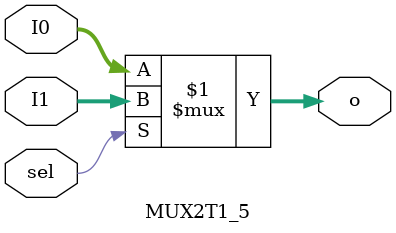
<source format=v>
`timescale 1ns / 1ps
module MUX2T1_5(input [4:0] I0,
					input [4:0] I1,
					input sel,
					output [4:0]o
    );
assign o = sel?I1:I0;

endmodule

</source>
